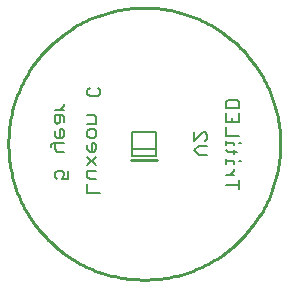
<source format=gbo>
G75*
%MOIN*%
%OFA0B0*%
%FSLAX25Y25*%
%IPPOS*%
%LPD*%
%AMOC8*
5,1,8,0,0,1.08239X$1,22.5*
%
%ADD10C,0.01000*%
%ADD11C,0.00700*%
%ADD12C,0.00500*%
D10*
X0082688Y0053687D02*
X0091437Y0053687D01*
X0041762Y0059000D02*
X0041776Y0060112D01*
X0041817Y0061223D01*
X0041885Y0062332D01*
X0041980Y0063440D01*
X0042103Y0064545D01*
X0042252Y0065647D01*
X0042429Y0066745D01*
X0042632Y0067838D01*
X0042863Y0068925D01*
X0043120Y0070007D01*
X0043403Y0071082D01*
X0043713Y0072150D01*
X0044048Y0073210D01*
X0044410Y0074261D01*
X0044797Y0075303D01*
X0045210Y0076336D01*
X0045648Y0077357D01*
X0046111Y0078368D01*
X0046599Y0079367D01*
X0047111Y0080354D01*
X0047647Y0081328D01*
X0048207Y0082289D01*
X0048790Y0083235D01*
X0049396Y0084167D01*
X0050025Y0085084D01*
X0050677Y0085985D01*
X0051350Y0086870D01*
X0052045Y0087738D01*
X0052760Y0088589D01*
X0053497Y0089422D01*
X0054254Y0090236D01*
X0055030Y0091032D01*
X0055826Y0091808D01*
X0056640Y0092565D01*
X0057473Y0093302D01*
X0058324Y0094017D01*
X0059192Y0094712D01*
X0060077Y0095385D01*
X0060978Y0096037D01*
X0061895Y0096666D01*
X0062827Y0097272D01*
X0063773Y0097855D01*
X0064734Y0098415D01*
X0065708Y0098951D01*
X0066695Y0099463D01*
X0067694Y0099951D01*
X0068705Y0100414D01*
X0069726Y0100852D01*
X0070759Y0101265D01*
X0071801Y0101652D01*
X0072852Y0102014D01*
X0073912Y0102349D01*
X0074980Y0102659D01*
X0076055Y0102942D01*
X0077137Y0103199D01*
X0078224Y0103430D01*
X0079317Y0103633D01*
X0080415Y0103810D01*
X0081517Y0103959D01*
X0082622Y0104082D01*
X0083730Y0104177D01*
X0084839Y0104245D01*
X0085950Y0104286D01*
X0087062Y0104300D01*
X0088174Y0104286D01*
X0089285Y0104245D01*
X0090394Y0104177D01*
X0091502Y0104082D01*
X0092607Y0103959D01*
X0093709Y0103810D01*
X0094807Y0103633D01*
X0095900Y0103430D01*
X0096987Y0103199D01*
X0098069Y0102942D01*
X0099144Y0102659D01*
X0100212Y0102349D01*
X0101272Y0102014D01*
X0102323Y0101652D01*
X0103365Y0101265D01*
X0104398Y0100852D01*
X0105419Y0100414D01*
X0106430Y0099951D01*
X0107429Y0099463D01*
X0108416Y0098951D01*
X0109390Y0098415D01*
X0110351Y0097855D01*
X0111297Y0097272D01*
X0112229Y0096666D01*
X0113146Y0096037D01*
X0114047Y0095385D01*
X0114932Y0094712D01*
X0115800Y0094017D01*
X0116651Y0093302D01*
X0117484Y0092565D01*
X0118298Y0091808D01*
X0119094Y0091032D01*
X0119870Y0090236D01*
X0120627Y0089422D01*
X0121364Y0088589D01*
X0122079Y0087738D01*
X0122774Y0086870D01*
X0123447Y0085985D01*
X0124099Y0085084D01*
X0124728Y0084167D01*
X0125334Y0083235D01*
X0125917Y0082289D01*
X0126477Y0081328D01*
X0127013Y0080354D01*
X0127525Y0079367D01*
X0128013Y0078368D01*
X0128476Y0077357D01*
X0128914Y0076336D01*
X0129327Y0075303D01*
X0129714Y0074261D01*
X0130076Y0073210D01*
X0130411Y0072150D01*
X0130721Y0071082D01*
X0131004Y0070007D01*
X0131261Y0068925D01*
X0131492Y0067838D01*
X0131695Y0066745D01*
X0131872Y0065647D01*
X0132021Y0064545D01*
X0132144Y0063440D01*
X0132239Y0062332D01*
X0132307Y0061223D01*
X0132348Y0060112D01*
X0132362Y0059000D01*
X0132348Y0057888D01*
X0132307Y0056777D01*
X0132239Y0055668D01*
X0132144Y0054560D01*
X0132021Y0053455D01*
X0131872Y0052353D01*
X0131695Y0051255D01*
X0131492Y0050162D01*
X0131261Y0049075D01*
X0131004Y0047993D01*
X0130721Y0046918D01*
X0130411Y0045850D01*
X0130076Y0044790D01*
X0129714Y0043739D01*
X0129327Y0042697D01*
X0128914Y0041664D01*
X0128476Y0040643D01*
X0128013Y0039632D01*
X0127525Y0038633D01*
X0127013Y0037646D01*
X0126477Y0036672D01*
X0125917Y0035711D01*
X0125334Y0034765D01*
X0124728Y0033833D01*
X0124099Y0032916D01*
X0123447Y0032015D01*
X0122774Y0031130D01*
X0122079Y0030262D01*
X0121364Y0029411D01*
X0120627Y0028578D01*
X0119870Y0027764D01*
X0119094Y0026968D01*
X0118298Y0026192D01*
X0117484Y0025435D01*
X0116651Y0024698D01*
X0115800Y0023983D01*
X0114932Y0023288D01*
X0114047Y0022615D01*
X0113146Y0021963D01*
X0112229Y0021334D01*
X0111297Y0020728D01*
X0110351Y0020145D01*
X0109390Y0019585D01*
X0108416Y0019049D01*
X0107429Y0018537D01*
X0106430Y0018049D01*
X0105419Y0017586D01*
X0104398Y0017148D01*
X0103365Y0016735D01*
X0102323Y0016348D01*
X0101272Y0015986D01*
X0100212Y0015651D01*
X0099144Y0015341D01*
X0098069Y0015058D01*
X0096987Y0014801D01*
X0095900Y0014570D01*
X0094807Y0014367D01*
X0093709Y0014190D01*
X0092607Y0014041D01*
X0091502Y0013918D01*
X0090394Y0013823D01*
X0089285Y0013755D01*
X0088174Y0013714D01*
X0087062Y0013700D01*
X0085950Y0013714D01*
X0084839Y0013755D01*
X0083730Y0013823D01*
X0082622Y0013918D01*
X0081517Y0014041D01*
X0080415Y0014190D01*
X0079317Y0014367D01*
X0078224Y0014570D01*
X0077137Y0014801D01*
X0076055Y0015058D01*
X0074980Y0015341D01*
X0073912Y0015651D01*
X0072852Y0015986D01*
X0071801Y0016348D01*
X0070759Y0016735D01*
X0069726Y0017148D01*
X0068705Y0017586D01*
X0067694Y0018049D01*
X0066695Y0018537D01*
X0065708Y0019049D01*
X0064734Y0019585D01*
X0063773Y0020145D01*
X0062827Y0020728D01*
X0061895Y0021334D01*
X0060978Y0021963D01*
X0060077Y0022615D01*
X0059192Y0023288D01*
X0058324Y0023983D01*
X0057473Y0024698D01*
X0056640Y0025435D01*
X0055826Y0026192D01*
X0055030Y0026968D01*
X0054254Y0027764D01*
X0053497Y0028578D01*
X0052760Y0029411D01*
X0052045Y0030262D01*
X0051350Y0031130D01*
X0050677Y0032015D01*
X0050025Y0032916D01*
X0049396Y0033833D01*
X0048790Y0034765D01*
X0048207Y0035711D01*
X0047647Y0036672D01*
X0047111Y0037646D01*
X0046599Y0038633D01*
X0046111Y0039632D01*
X0045648Y0040643D01*
X0045210Y0041664D01*
X0044797Y0042697D01*
X0044410Y0043739D01*
X0044048Y0044790D01*
X0043713Y0045850D01*
X0043403Y0046918D01*
X0043120Y0047993D01*
X0042863Y0049075D01*
X0042632Y0050162D01*
X0042429Y0051255D01*
X0042252Y0052353D01*
X0042103Y0053455D01*
X0041980Y0054560D01*
X0041885Y0055668D01*
X0041817Y0056777D01*
X0041776Y0057888D01*
X0041762Y0059000D01*
D11*
X0057412Y0047898D02*
X0058130Y0047181D01*
X0057412Y0047898D02*
X0057412Y0049333D01*
X0058130Y0050050D01*
X0059564Y0050050D01*
X0060282Y0049333D01*
X0060282Y0048616D01*
X0059564Y0047181D01*
X0061716Y0047181D01*
X0061716Y0050050D01*
X0068125Y0050067D02*
X0068125Y0047915D01*
X0068842Y0047197D01*
X0070994Y0047197D01*
X0070994Y0050067D02*
X0068125Y0050067D01*
X0068125Y0051801D02*
X0070994Y0054670D01*
X0070277Y0056405D02*
X0070994Y0057123D01*
X0070994Y0058557D01*
X0070277Y0059274D01*
X0069560Y0059274D01*
X0069560Y0056405D01*
X0070277Y0056405D02*
X0068842Y0056405D01*
X0068125Y0057123D01*
X0068125Y0058557D01*
X0068842Y0061009D02*
X0068125Y0061727D01*
X0068125Y0063161D01*
X0068842Y0063878D01*
X0070277Y0063878D01*
X0070994Y0063161D01*
X0070994Y0061727D01*
X0070277Y0061009D01*
X0068842Y0061009D01*
X0068125Y0065613D02*
X0070994Y0065613D01*
X0070994Y0067765D01*
X0070277Y0068482D01*
X0068125Y0068482D01*
X0068842Y0074821D02*
X0068125Y0075538D01*
X0068125Y0076973D01*
X0068842Y0077690D01*
X0068842Y0074821D02*
X0071711Y0074821D01*
X0072429Y0075538D01*
X0072429Y0076973D01*
X0071711Y0077690D01*
X0060282Y0072353D02*
X0060282Y0071635D01*
X0058847Y0070201D01*
X0057412Y0070201D02*
X0060282Y0070201D01*
X0059564Y0068466D02*
X0057412Y0068466D01*
X0057412Y0066314D01*
X0058130Y0065597D01*
X0058847Y0066314D01*
X0058847Y0068466D01*
X0059564Y0068466D02*
X0060282Y0067749D01*
X0060282Y0066314D01*
X0059564Y0063862D02*
X0058847Y0063862D01*
X0058847Y0060993D01*
X0058130Y0060993D02*
X0059564Y0060993D01*
X0060282Y0061710D01*
X0060282Y0063145D01*
X0059564Y0063862D01*
X0057412Y0063145D02*
X0057412Y0061710D01*
X0058130Y0060993D01*
X0057412Y0059258D02*
X0057412Y0057106D01*
X0058130Y0056389D01*
X0060282Y0056389D01*
X0060282Y0059258D02*
X0056695Y0059258D01*
X0055978Y0058541D01*
X0055978Y0057824D01*
X0068125Y0054670D02*
X0070994Y0051801D01*
X0068125Y0045463D02*
X0068125Y0042594D01*
X0072429Y0042594D01*
X0103737Y0056747D02*
X0105172Y0058182D01*
X0108041Y0058182D01*
X0107324Y0059916D02*
X0108041Y0060634D01*
X0108041Y0062068D01*
X0107324Y0062786D01*
X0106607Y0062786D01*
X0103737Y0059916D01*
X0103737Y0062786D01*
X0103737Y0056747D02*
X0105172Y0055312D01*
X0108041Y0055312D01*
X0114225Y0053840D02*
X0114225Y0052405D01*
X0114225Y0053123D02*
X0117094Y0053123D01*
X0117094Y0052405D01*
X0118529Y0053123D02*
X0119246Y0053123D01*
X0117094Y0050721D02*
X0117094Y0050003D01*
X0115660Y0048569D01*
X0117094Y0048569D02*
X0114225Y0048569D01*
X0114225Y0045399D02*
X0118529Y0045399D01*
X0118529Y0043965D02*
X0118529Y0046834D01*
X0117094Y0055475D02*
X0117094Y0056909D01*
X0117811Y0056192D02*
X0114942Y0056192D01*
X0114225Y0056909D01*
X0114225Y0058544D02*
X0114225Y0059978D01*
X0114225Y0059261D02*
X0117094Y0059261D01*
X0117094Y0058544D01*
X0118529Y0059261D02*
X0119246Y0059261D01*
X0118529Y0061613D02*
X0114225Y0061613D01*
X0114225Y0064482D01*
X0114225Y0066217D02*
X0114225Y0069086D01*
X0114225Y0070821D02*
X0114225Y0072973D01*
X0114942Y0073690D01*
X0117811Y0073690D01*
X0118529Y0072973D01*
X0118529Y0070821D01*
X0114225Y0070821D01*
X0116377Y0067652D02*
X0116377Y0066217D01*
X0118529Y0066217D02*
X0114225Y0066217D01*
X0118529Y0066217D02*
X0118529Y0069086D01*
D12*
X0091000Y0062937D02*
X0091000Y0057327D01*
X0083125Y0057327D01*
X0083125Y0055063D01*
X0091000Y0055063D01*
X0091000Y0057327D01*
X0091000Y0062937D02*
X0083125Y0062937D01*
X0083125Y0057327D01*
M02*

</source>
